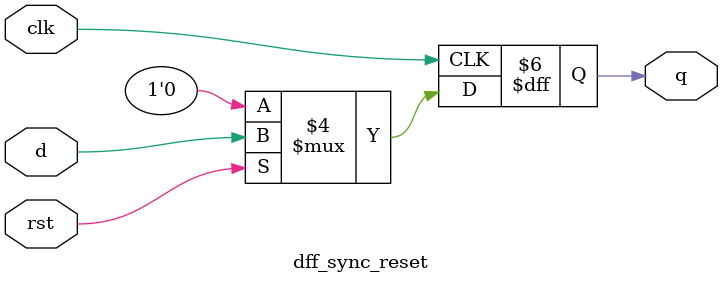
<source format=v>
`timescale 1ns / 1ps


module dff_sync_reset(d,clk,rst,q);
    output q;
    input d,clk,rst;
    reg q;
    always@(posedge clk)
        if(~rst)
            q<=1'b0;
        else
            q<=d;
          
endmodule

</source>
